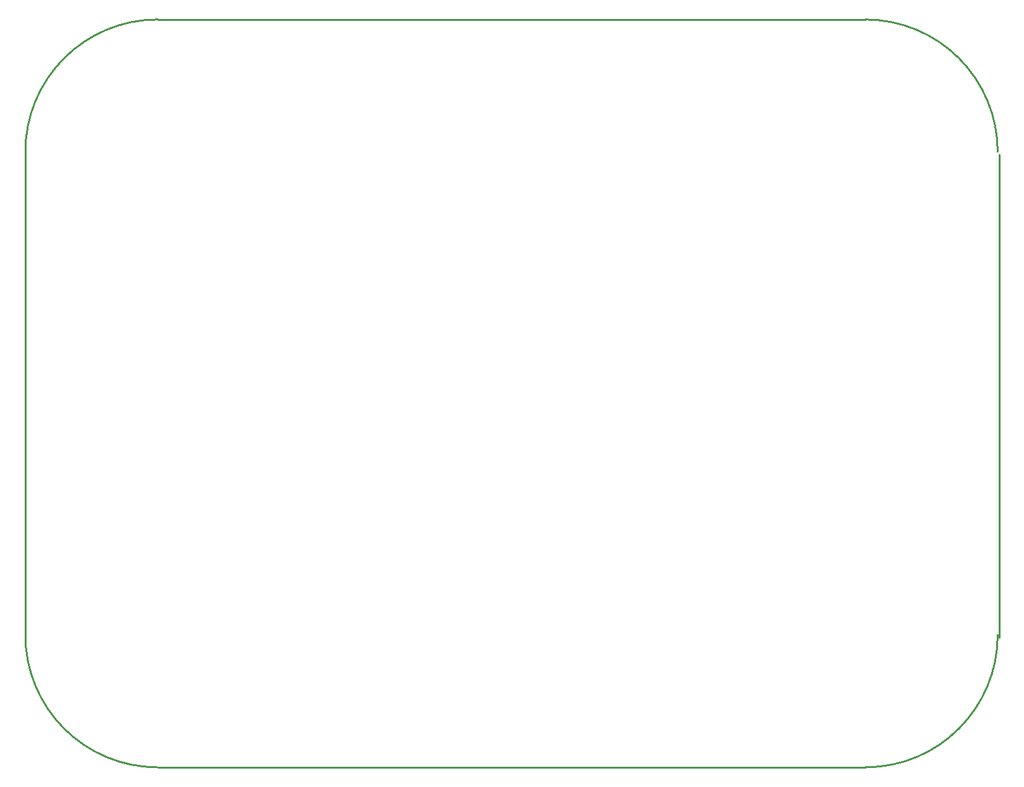
<source format=gko>
G04 Layer: BoardOutlineLayer*
G04 EasyEDA v6.5.47, 2024-11-15 14:45:06*
G04 4b5c5f3f08ad4ac4900c7fa2ef8e0776,b317b68cebba40d893488476fd38059a,10*
G04 Gerber Generator version 0.2*
G04 Scale: 100 percent, Rotated: No, Reflected: No *
G04 Dimensions in millimeters *
G04 leading zeros omitted , absolute positions ,4 integer and 5 decimal *
%FSLAX45Y45*%
%MOMM*%

%ADD10C,0.2540*%
D10*
X13017500Y-1803400D02*
G01*
X13017500Y-8267186D01*
X0Y-8231883D02*
G01*
X0Y-1768096D01*
X11231877Y-9999979D02*
G01*
X1768096Y-9999979D01*
X1768096Y0D02*
G01*
X11231877Y0D01*
G75*
G01*
X11231878Y0D02*
G02*
X12999974Y-1768097I0J-1768096D01*
G75*
G01*
X12999974Y-8231884D02*
G02*
X11231878Y-9999980I-1768096J0D01*
G75*
G01*
X0Y-1768097D02*
G02*
X1768097Y0I1768096J1D01*
G75*
G01*
X1768097Y-9999980D02*
G02*
X0Y-8231884I-1J1768096D01*

%LPD*%
M02*

</source>
